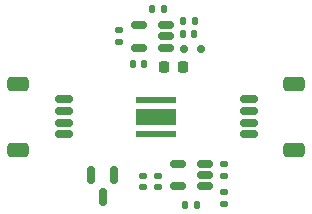
<source format=gtp>
%TF.GenerationSoftware,KiCad,Pcbnew,7.0.10-7.0.10~ubuntu22.04.1*%
%TF.CreationDate,2024-06-21T12:16:53-07:00*%
%TF.ProjectId,255nm_IN_C35PPCTGU0_16mA,3235356e-6d5f-4494-9e5f-433335505043,rev?*%
%TF.SameCoordinates,Original*%
%TF.FileFunction,Paste,Top*%
%TF.FilePolarity,Positive*%
%FSLAX46Y46*%
G04 Gerber Fmt 4.6, Leading zero omitted, Abs format (unit mm)*
G04 Created by KiCad (PCBNEW 7.0.10-7.0.10~ubuntu22.04.1) date 2024-06-21 12:16:53*
%MOMM*%
%LPD*%
G01*
G04 APERTURE LIST*
G04 Aperture macros list*
%AMRoundRect*
0 Rectangle with rounded corners*
0 $1 Rounding radius*
0 $2 $3 $4 $5 $6 $7 $8 $9 X,Y pos of 4 corners*
0 Add a 4 corners polygon primitive as box body*
4,1,4,$2,$3,$4,$5,$6,$7,$8,$9,$2,$3,0*
0 Add four circle primitives for the rounded corners*
1,1,$1+$1,$2,$3*
1,1,$1+$1,$4,$5*
1,1,$1+$1,$6,$7*
1,1,$1+$1,$8,$9*
0 Add four rect primitives between the rounded corners*
20,1,$1+$1,$2,$3,$4,$5,0*
20,1,$1+$1,$4,$5,$6,$7,0*
20,1,$1+$1,$6,$7,$8,$9,0*
20,1,$1+$1,$8,$9,$2,$3,0*%
G04 Aperture macros list end*
%ADD10R,3.400000X0.550000*%
%ADD11R,3.400000X1.400000*%
%ADD12RoundRect,0.150000X-0.625000X0.150000X-0.625000X-0.150000X0.625000X-0.150000X0.625000X0.150000X0*%
%ADD13RoundRect,0.250000X-0.650000X0.350000X-0.650000X-0.350000X0.650000X-0.350000X0.650000X0.350000X0*%
%ADD14RoundRect,0.150000X0.625000X-0.150000X0.625000X0.150000X-0.625000X0.150000X-0.625000X-0.150000X0*%
%ADD15RoundRect,0.250000X0.650000X-0.350000X0.650000X0.350000X-0.650000X0.350000X-0.650000X-0.350000X0*%
%ADD16RoundRect,0.135000X-0.185000X0.135000X-0.185000X-0.135000X0.185000X-0.135000X0.185000X0.135000X0*%
%ADD17RoundRect,0.135000X0.135000X0.185000X-0.135000X0.185000X-0.135000X-0.185000X0.135000X-0.185000X0*%
%ADD18RoundRect,0.135000X0.185000X-0.135000X0.185000X0.135000X-0.185000X0.135000X-0.185000X-0.135000X0*%
%ADD19RoundRect,0.150000X0.512500X0.150000X-0.512500X0.150000X-0.512500X-0.150000X0.512500X-0.150000X0*%
%ADD20RoundRect,0.140000X0.170000X-0.140000X0.170000X0.140000X-0.170000X0.140000X-0.170000X-0.140000X0*%
%ADD21RoundRect,0.218750X-0.218750X-0.256250X0.218750X-0.256250X0.218750X0.256250X-0.218750X0.256250X0*%
%ADD22RoundRect,0.135000X-0.135000X-0.185000X0.135000X-0.185000X0.135000X0.185000X-0.135000X0.185000X0*%
%ADD23RoundRect,0.140000X0.140000X0.170000X-0.140000X0.170000X-0.140000X-0.170000X0.140000X-0.170000X0*%
%ADD24RoundRect,0.140000X-0.140000X-0.170000X0.140000X-0.170000X0.140000X0.170000X-0.140000X0.170000X0*%
%ADD25RoundRect,0.150000X-0.150000X0.587500X-0.150000X-0.587500X0.150000X-0.587500X0.150000X0.587500X0*%
%ADD26RoundRect,0.150000X-0.150000X-0.200000X0.150000X-0.200000X0.150000X0.200000X-0.150000X0.200000X0*%
G04 APERTURE END LIST*
D10*
%TO.C,D1*%
X62700000Y-58575000D03*
X62700000Y-61425000D03*
D11*
X62700000Y-60000000D03*
%TD*%
D12*
%TO.C,J1*%
X54880000Y-58500000D03*
X54880000Y-59500000D03*
X54880000Y-60500000D03*
X54880000Y-61500000D03*
D13*
X51005000Y-57200000D03*
X51005000Y-62800000D03*
%TD*%
D14*
%TO.C,J2*%
X70520000Y-61500000D03*
X70520000Y-60500000D03*
X70520000Y-59500000D03*
X70520000Y-58500000D03*
D15*
X74395000Y-62800000D03*
X74395000Y-57200000D03*
%TD*%
D16*
%TO.C,R1*%
X68427600Y-63982600D03*
X68427600Y-65002600D03*
%TD*%
D17*
%TO.C,R6*%
X63349600Y-50876200D03*
X62329600Y-50876200D03*
%TD*%
D18*
%TO.C,R4*%
X59563000Y-53674200D03*
X59563000Y-52654200D03*
%TD*%
D19*
%TO.C,U2*%
X66795200Y-65881000D03*
X66795200Y-64931000D03*
X66795200Y-63981000D03*
X64520200Y-63981000D03*
X64520200Y-65881000D03*
%TD*%
D20*
%TO.C,C3*%
X62845200Y-65936000D03*
X62845200Y-64976000D03*
%TD*%
D18*
%TO.C,R3*%
X68427600Y-67360800D03*
X68427600Y-66340800D03*
%TD*%
D21*
%TO.C,L1*%
X63372900Y-55753000D03*
X64947900Y-55753000D03*
%TD*%
D22*
%TO.C,R2*%
X65150200Y-67481000D03*
X66170200Y-67481000D03*
%TD*%
D23*
%TO.C,C1*%
X61671200Y-55499000D03*
X60711200Y-55499000D03*
%TD*%
D20*
%TO.C,C4*%
X61620200Y-65941000D03*
X61620200Y-64981000D03*
%TD*%
D24*
%TO.C,C2*%
X64970000Y-52964800D03*
X65930000Y-52964800D03*
%TD*%
D25*
%TO.C,Q1*%
X59105800Y-64897000D03*
X57205800Y-64897000D03*
X58155800Y-66772000D03*
%TD*%
D26*
%TO.C,D2*%
X66475000Y-54225000D03*
X65075000Y-54225000D03*
%TD*%
D17*
%TO.C,R5*%
X65970200Y-51898000D03*
X64950200Y-51898000D03*
%TD*%
D19*
%TO.C,U1*%
X63494000Y-54147800D03*
X63494000Y-53197800D03*
X63494000Y-52247800D03*
X61219000Y-52247800D03*
X61219000Y-54147800D03*
%TD*%
M02*

</source>
